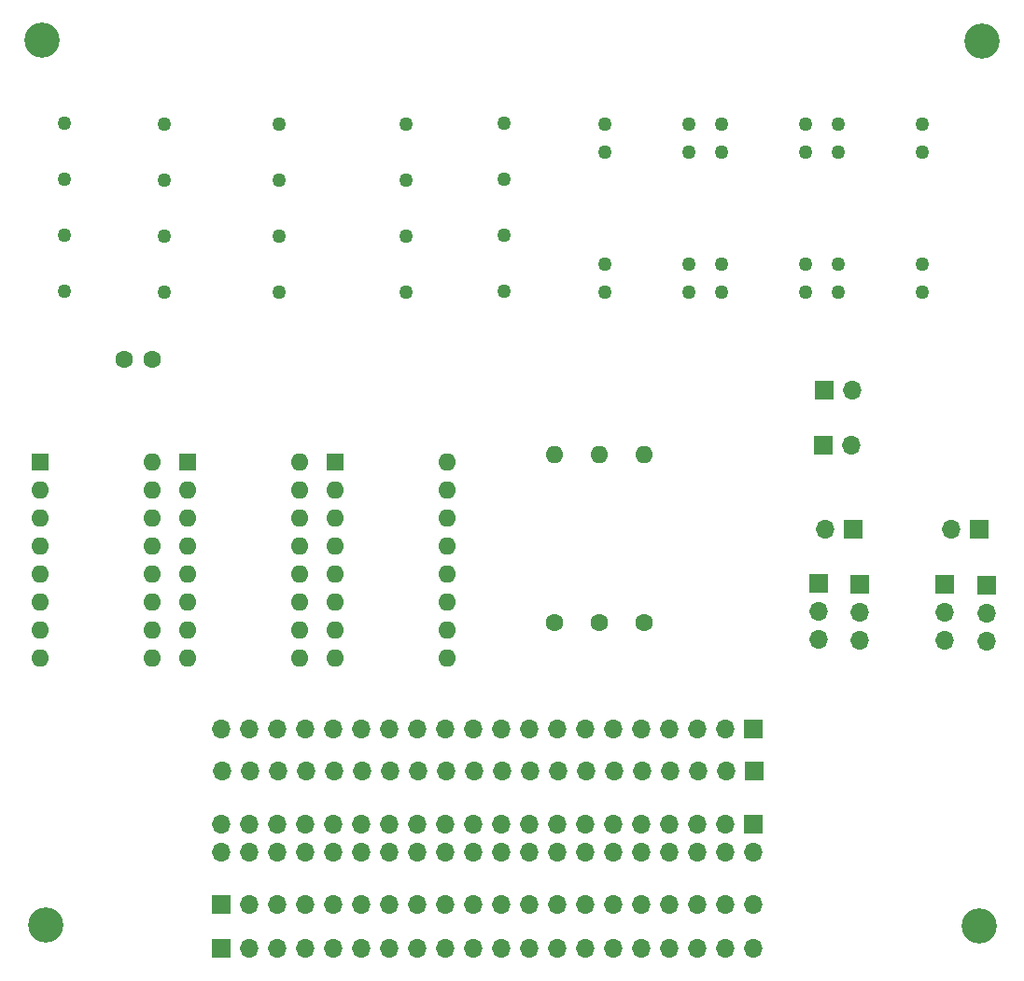
<source format=gbr>
%TF.GenerationSoftware,KiCad,Pcbnew,8.0.2*%
%TF.CreationDate,2024-05-08T16:39:50+01:00*%
%TF.ProjectId,VISIR_Lei_Ohm,56495349-525f-44c6-9569-5f4f686d2e6b,rev?*%
%TF.SameCoordinates,Original*%
%TF.FileFunction,Soldermask,Bot*%
%TF.FilePolarity,Negative*%
%FSLAX46Y46*%
G04 Gerber Fmt 4.6, Leading zero omitted, Abs format (unit mm)*
G04 Created by KiCad (PCBNEW 8.0.2) date 2024-05-08 16:39:50*
%MOMM*%
%LPD*%
G01*
G04 APERTURE LIST*
%ADD10R,1.600000X1.600000*%
%ADD11O,1.600000X1.600000*%
%ADD12C,1.270000*%
%ADD13R,1.700000X1.700000*%
%ADD14O,1.700000X1.700000*%
%ADD15C,1.600000*%
%ADD16C,3.200000*%
G04 APERTURE END LIST*
D10*
%TO.C,U1*%
X125550000Y-73780000D03*
D11*
X125550000Y-76320000D03*
X125550000Y-78860000D03*
X125550000Y-81400000D03*
X125550000Y-83940000D03*
X125550000Y-86480000D03*
X125550000Y-89020000D03*
X125550000Y-91560000D03*
X135710000Y-91560000D03*
X135710000Y-89020000D03*
X135710000Y-86480000D03*
X135710000Y-83940000D03*
X135710000Y-81400000D03*
X135710000Y-78860000D03*
X135710000Y-76320000D03*
X135710000Y-73780000D03*
%TD*%
D12*
%TO.C,K4*%
X127760000Y-58280000D03*
X127760000Y-53200000D03*
X127760000Y-48120000D03*
X127760000Y-43040000D03*
%TD*%
D13*
%TO.C,J8*%
X190250000Y-97950000D03*
D14*
X187710000Y-97950000D03*
X185170000Y-97950000D03*
X182630000Y-97950000D03*
X180090000Y-97950000D03*
X177550000Y-97950000D03*
X175010000Y-97950000D03*
X172470000Y-97950000D03*
X169930000Y-97950000D03*
X167390000Y-97950000D03*
X164850000Y-97950000D03*
X162310000Y-97950000D03*
X159770000Y-97950000D03*
X157230000Y-97950000D03*
X154690000Y-97950000D03*
X152150000Y-97950000D03*
X149610000Y-97950000D03*
X147070000Y-97950000D03*
X144530000Y-97950000D03*
X141990000Y-97950000D03*
%TD*%
D13*
%TO.C,J4*%
X207600000Y-84850000D03*
D14*
X207600000Y-87390000D03*
X207600000Y-89930000D03*
%TD*%
D13*
%TO.C,J10*%
X196150000Y-84790000D03*
D14*
X196150000Y-87330000D03*
X196150000Y-89870000D03*
%TD*%
D15*
%TO.C,R1*%
X172200000Y-88300000D03*
D11*
X172200000Y-73060000D03*
%TD*%
D15*
%TO.C,R3*%
X180300000Y-88300000D03*
D11*
X180300000Y-73060000D03*
%TD*%
D16*
%TO.C,H4*%
X210700000Y-115800000D03*
%TD*%
D13*
%TO.C,MES3*%
X199250000Y-79870000D03*
D14*
X196710000Y-79870000D03*
%TD*%
D12*
%TO.C,K8*%
X167620000Y-58260000D03*
X167620000Y-53180000D03*
X167620000Y-48100000D03*
X167620000Y-43020000D03*
%TD*%
%TO.C,K7*%
X158680000Y-43080000D03*
X158680000Y-48160000D03*
X158680000Y-53240000D03*
X158680000Y-58320000D03*
%TD*%
D13*
%TO.C,J5*%
X141970000Y-113900000D03*
D14*
X144510000Y-113900000D03*
X147050000Y-113900000D03*
X149590000Y-113900000D03*
X152130000Y-113900000D03*
X154670000Y-113900000D03*
X157210000Y-113900000D03*
X159750000Y-113900000D03*
X162290000Y-113900000D03*
X164830000Y-113900000D03*
X167370000Y-113900000D03*
X169910000Y-113900000D03*
X172450000Y-113900000D03*
X174990000Y-113900000D03*
X177530000Y-113900000D03*
X180070000Y-113900000D03*
X182610000Y-113900000D03*
X185150000Y-113900000D03*
X187690000Y-113900000D03*
X190230000Y-113900000D03*
%TD*%
D12*
%TO.C,K3*%
X197880800Y-43080000D03*
X197880800Y-45620000D03*
X197880800Y-55780000D03*
X197880800Y-58320000D03*
X205500800Y-58320000D03*
X205500800Y-55780000D03*
X205500800Y-45620000D03*
X205500800Y-43080000D03*
%TD*%
D13*
%TO.C,J11*%
X199900000Y-84820000D03*
D14*
X199900000Y-87360000D03*
X199900000Y-89900000D03*
%TD*%
D13*
%TO.C,MES1*%
X210740000Y-79850000D03*
D14*
X208200000Y-79850000D03*
%TD*%
D16*
%TO.C,H3*%
X126050000Y-115750000D03*
%TD*%
D15*
%TO.C,C1*%
X133150000Y-64400000D03*
X135650000Y-64400000D03*
%TD*%
%TO.C,R2*%
X176250000Y-88300000D03*
D11*
X176250000Y-73060000D03*
%TD*%
D13*
%TO.C,J1*%
X190240000Y-106560000D03*
D14*
X190240000Y-109100000D03*
X187700000Y-106560000D03*
X187700000Y-109100000D03*
X185160000Y-106560000D03*
X185160000Y-109100000D03*
X182620000Y-106560000D03*
X182620000Y-109100000D03*
X180080000Y-106560000D03*
X180080000Y-109100000D03*
X177540000Y-106560000D03*
X177540000Y-109100000D03*
X175000000Y-106560000D03*
X175000000Y-109100000D03*
X172460000Y-106560000D03*
X172460000Y-109100000D03*
X169920000Y-106560000D03*
X169920000Y-109100000D03*
X167380000Y-106560000D03*
X167380000Y-109100000D03*
X164840000Y-106560000D03*
X164840000Y-109100000D03*
X162300000Y-106560000D03*
X162300000Y-109100000D03*
X159760000Y-106560000D03*
X159760000Y-109100000D03*
X157220000Y-106560000D03*
X157220000Y-109100000D03*
X154680000Y-106560000D03*
X154680000Y-109100000D03*
X152140000Y-106560000D03*
X152140000Y-109100000D03*
X149600000Y-106560000D03*
X149600000Y-109100000D03*
X147060000Y-106560000D03*
X147060000Y-109100000D03*
X144520000Y-106560000D03*
X144520000Y-109100000D03*
X141980000Y-106560000D03*
X141980000Y-109100000D03*
%TD*%
D12*
%TO.C,K1*%
X176780000Y-43080000D03*
X176780000Y-45620000D03*
X176780000Y-55780000D03*
X176780000Y-58320000D03*
X184400000Y-58320000D03*
X184400000Y-55780000D03*
X184400000Y-45620000D03*
X184400000Y-43080000D03*
%TD*%
D13*
%TO.C,J2*%
X196525000Y-72200000D03*
D14*
X199065000Y-72200000D03*
%TD*%
D12*
%TO.C,K2*%
X187330400Y-43080000D03*
X187330400Y-45620000D03*
X187330400Y-55780000D03*
X187330400Y-58320000D03*
X194950400Y-58320000D03*
X194950400Y-55780000D03*
X194950400Y-45620000D03*
X194950400Y-43080000D03*
%TD*%
D13*
%TO.C,J3*%
X196625000Y-67250000D03*
D14*
X199165000Y-67250000D03*
%TD*%
D13*
%TO.C,J9*%
X211400000Y-84900000D03*
D14*
X211400000Y-87440000D03*
X211400000Y-89980000D03*
%TD*%
D10*
%TO.C,U2*%
X138900000Y-73780000D03*
D11*
X138900000Y-76320000D03*
X138900000Y-78860000D03*
X138900000Y-81400000D03*
X138900000Y-83940000D03*
X138900000Y-86480000D03*
X138900000Y-89020000D03*
X138900000Y-91560000D03*
X149060000Y-91560000D03*
X149060000Y-89020000D03*
X149060000Y-86480000D03*
X149060000Y-83940000D03*
X149060000Y-81400000D03*
X149060000Y-78860000D03*
X149060000Y-76320000D03*
X149060000Y-73780000D03*
%TD*%
D12*
%TO.C,K6*%
X147230000Y-43060000D03*
X147230000Y-48140000D03*
X147230000Y-53220000D03*
X147230000Y-58300000D03*
%TD*%
D16*
%TO.C,H2*%
X125700000Y-35500000D03*
%TD*%
D12*
%TO.C,K5*%
X136810000Y-58320000D03*
X136810000Y-53240000D03*
X136810000Y-48160000D03*
X136810000Y-43080000D03*
%TD*%
D16*
%TO.C,H1*%
X210950000Y-35600000D03*
%TD*%
D13*
%TO.C,J6*%
X141940000Y-117850000D03*
D14*
X144480000Y-117850000D03*
X147020000Y-117850000D03*
X149560000Y-117850000D03*
X152100000Y-117850000D03*
X154640000Y-117850000D03*
X157180000Y-117850000D03*
X159720000Y-117850000D03*
X162260000Y-117850000D03*
X164800000Y-117850000D03*
X167340000Y-117850000D03*
X169880000Y-117850000D03*
X172420000Y-117850000D03*
X174960000Y-117850000D03*
X177500000Y-117850000D03*
X180040000Y-117850000D03*
X182580000Y-117850000D03*
X185120000Y-117850000D03*
X187660000Y-117850000D03*
X190200000Y-117850000D03*
%TD*%
D10*
%TO.C,U3*%
X152250000Y-73780000D03*
D11*
X152250000Y-76320000D03*
X152250000Y-78860000D03*
X152250000Y-81400000D03*
X152250000Y-83940000D03*
X152250000Y-86480000D03*
X152250000Y-89020000D03*
X152250000Y-91560000D03*
X162410000Y-91560000D03*
X162410000Y-89020000D03*
X162410000Y-86480000D03*
X162410000Y-83940000D03*
X162410000Y-81400000D03*
X162410000Y-78860000D03*
X162410000Y-76320000D03*
X162410000Y-73780000D03*
%TD*%
D13*
%TO.C,J7*%
X190260000Y-101800000D03*
D14*
X187720000Y-101800000D03*
X185180000Y-101800000D03*
X182640000Y-101800000D03*
X180100000Y-101800000D03*
X177560000Y-101800000D03*
X175020000Y-101800000D03*
X172480000Y-101800000D03*
X169940000Y-101800000D03*
X167400000Y-101800000D03*
X164860000Y-101800000D03*
X162320000Y-101800000D03*
X159780000Y-101800000D03*
X157240000Y-101800000D03*
X154700000Y-101800000D03*
X152160000Y-101800000D03*
X149620000Y-101800000D03*
X147080000Y-101800000D03*
X144540000Y-101800000D03*
X142000000Y-101800000D03*
%TD*%
M02*

</source>
